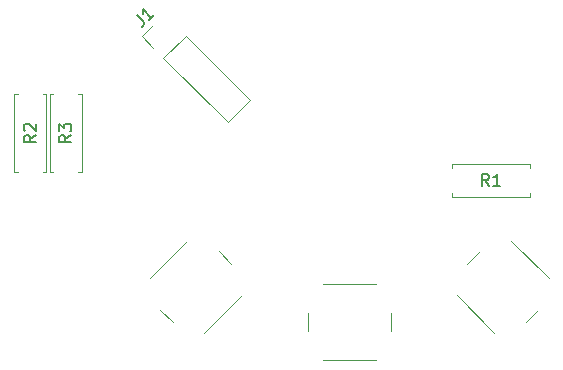
<source format=gbr>
%TF.GenerationSoftware,KiCad,Pcbnew,(6.0.2)*%
%TF.CreationDate,2022-06-07T16:02:25+02:00*%
%TF.ProjectId,RFID_Reader,52464944-5f52-4656-9164-65722e6b6963,rev?*%
%TF.SameCoordinates,Original*%
%TF.FileFunction,Legend,Top*%
%TF.FilePolarity,Positive*%
%FSLAX46Y46*%
G04 Gerber Fmt 4.6, Leading zero omitted, Abs format (unit mm)*
G04 Created by KiCad (PCBNEW (6.0.2)) date 2022-06-07 16:02:25*
%MOMM*%
%LPD*%
G01*
G04 APERTURE LIST*
G04 Aperture macros list*
%AMRoundRect*
0 Rectangle with rounded corners*
0 $1 Rounding radius*
0 $2 $3 $4 $5 $6 $7 $8 $9 X,Y pos of 4 corners*
0 Add a 4 corners polygon primitive as box body*
4,1,4,$2,$3,$4,$5,$6,$7,$8,$9,$2,$3,0*
0 Add four circle primitives for the rounded corners*
1,1,$1+$1,$2,$3*
1,1,$1+$1,$4,$5*
1,1,$1+$1,$6,$7*
1,1,$1+$1,$8,$9*
0 Add four rect primitives between the rounded corners*
20,1,$1+$1,$2,$3,$4,$5,0*
20,1,$1+$1,$4,$5,$6,$7,0*
20,1,$1+$1,$6,$7,$8,$9,0*
20,1,$1+$1,$8,$9,$2,$3,0*%
%AMHorizOval*
0 Thick line with rounded ends*
0 $1 width*
0 $2 $3 position (X,Y) of the first rounded end (center of the circle)*
0 $4 $5 position (X,Y) of the second rounded end (center of the circle)*
0 Add line between two ends*
20,1,$1,$2,$3,$4,$5,0*
0 Add two circle primitives to create the rounded ends*
1,1,$1,$2,$3*
1,1,$1,$4,$5*%
%AMRotRect*
0 Rectangle, with rotation*
0 The origin of the aperture is its center*
0 $1 length*
0 $2 width*
0 $3 Rotation angle, in degrees counterclockwise*
0 Add horizontal line*
21,1,$1,$2,0,0,$3*%
G04 Aperture macros list end*
%ADD10C,0.150000*%
%ADD11C,0.120000*%
%ADD12C,5.600000*%
%ADD13C,2.000000*%
%ADD14RotRect,1.700000X1.700000X45.000000*%
%ADD15HorizOval,1.700000X0.000000X0.000000X0.000000X0.000000X0*%
%ADD16C,1.600000*%
%ADD17O,1.600000X1.600000*%
%ADD18R,1.700000X1.700000*%
%ADD19O,1.700000X1.700000*%
%ADD20R,3.500000X3.500000*%
%ADD21RoundRect,0.750000X-1.000000X0.750000X-1.000000X-0.750000X1.000000X-0.750000X1.000000X0.750000X0*%
%ADD22RoundRect,0.875000X-0.875000X0.875000X-0.875000X-0.875000X0.875000X-0.875000X0.875000X0.875000X0*%
%ADD23R,2.000000X2.000000*%
%ADD24O,1.600000X2.000000*%
G04 APERTURE END LIST*
D10*
%TO.C,J1*%
X182042507Y-84013912D02*
X182547583Y-84518988D01*
X182614927Y-84653675D01*
X182614927Y-84788362D01*
X182547583Y-84923049D01*
X182480240Y-84990392D01*
X183456721Y-84013912D02*
X183052660Y-84417973D01*
X183254690Y-84215942D02*
X182547583Y-83508835D01*
X182581255Y-83677194D01*
X182581255Y-83811881D01*
X182547583Y-83912896D01*
%TO.C,R2*%
X173452380Y-94166666D02*
X172976190Y-94500000D01*
X173452380Y-94738095D02*
X172452380Y-94738095D01*
X172452380Y-94357142D01*
X172500000Y-94261904D01*
X172547619Y-94214285D01*
X172642857Y-94166666D01*
X172785714Y-94166666D01*
X172880952Y-94214285D01*
X172928571Y-94261904D01*
X172976190Y-94357142D01*
X172976190Y-94738095D01*
X172547619Y-93785714D02*
X172500000Y-93738095D01*
X172452380Y-93642857D01*
X172452380Y-93404761D01*
X172500000Y-93309523D01*
X172547619Y-93261904D01*
X172642857Y-93214285D01*
X172738095Y-93214285D01*
X172880952Y-93261904D01*
X173452380Y-93833333D01*
X173452380Y-93214285D01*
%TO.C,R1*%
X211833333Y-98452380D02*
X211500000Y-97976190D01*
X211261904Y-98452380D02*
X211261904Y-97452380D01*
X211642857Y-97452380D01*
X211738095Y-97500000D01*
X211785714Y-97547619D01*
X211833333Y-97642857D01*
X211833333Y-97785714D01*
X211785714Y-97880952D01*
X211738095Y-97928571D01*
X211642857Y-97976190D01*
X211261904Y-97976190D01*
X212785714Y-98452380D02*
X212214285Y-98452380D01*
X212500000Y-98452380D02*
X212500000Y-97452380D01*
X212404761Y-97595238D01*
X212309523Y-97690476D01*
X212214285Y-97738095D01*
%TO.C,R3*%
X176452380Y-94166666D02*
X175976190Y-94500000D01*
X176452380Y-94738095D02*
X175452380Y-94738095D01*
X175452380Y-94357142D01*
X175500000Y-94261904D01*
X175547619Y-94214285D01*
X175642857Y-94166666D01*
X175785714Y-94166666D01*
X175880952Y-94214285D01*
X175928571Y-94261904D01*
X175976190Y-94357142D01*
X175976190Y-94738095D01*
X175452380Y-93833333D02*
X175452380Y-93214285D01*
X175833333Y-93547619D01*
X175833333Y-93404761D01*
X175880952Y-93309523D01*
X175928571Y-93261904D01*
X176023809Y-93214285D01*
X176261904Y-93214285D01*
X176357142Y-93261904D01*
X176404761Y-93309523D01*
X176452380Y-93404761D01*
X176452380Y-93690476D01*
X176404761Y-93785714D01*
X176357142Y-93833333D01*
D11*
%TO.C,SW1*%
X211055457Y-103994796D02*
X209994797Y-105055457D01*
X209110913Y-107707107D02*
X212292894Y-110889088D01*
X214944544Y-110005204D02*
X216005205Y-108944544D01*
X216889088Y-106292894D02*
X213707108Y-103110913D01*
%TO.C,J1*%
X183372542Y-86753446D02*
X182432090Y-85812994D01*
X186151472Y-85770568D02*
X191582052Y-91201148D01*
X189701148Y-93082052D02*
X191582052Y-91201148D01*
X182432090Y-85812994D02*
X183372542Y-84872542D01*
X184270568Y-87651472D02*
X186151472Y-85770568D01*
X184270568Y-87651472D02*
X189701148Y-93082052D01*
%TO.C,SW3*%
X186292894Y-103110913D02*
X183110913Y-106292893D01*
X187707107Y-110889088D02*
X190889088Y-107707107D01*
X183994796Y-108944544D02*
X185055457Y-110005204D01*
X190005204Y-105055457D02*
X188944544Y-103994796D01*
%TO.C,R2*%
X171630000Y-97270000D02*
X171960000Y-97270000D01*
X174370000Y-97270000D02*
X174040000Y-97270000D01*
X174370000Y-90730000D02*
X174370000Y-97270000D01*
X171630000Y-90730000D02*
X171630000Y-97270000D01*
X174040000Y-90730000D02*
X174370000Y-90730000D01*
X171960000Y-90730000D02*
X171630000Y-90730000D01*
%TO.C,R1*%
X208730000Y-96630000D02*
X215270000Y-96630000D01*
X215270000Y-99370000D02*
X215270000Y-99040000D01*
X215270000Y-96630000D02*
X215270000Y-96960000D01*
X208730000Y-96960000D02*
X208730000Y-96630000D01*
X208730000Y-99040000D02*
X208730000Y-99370000D01*
X208730000Y-99370000D02*
X215270000Y-99370000D01*
%TO.C,SW2*%
X196500000Y-109250000D02*
X196500000Y-110750000D01*
X202250000Y-106750000D02*
X197750000Y-106750000D01*
X197750000Y-113250000D02*
X202250000Y-113250000D01*
X203500000Y-110750000D02*
X203500000Y-109250000D01*
%TO.C,R3*%
X177370000Y-90730000D02*
X177370000Y-97270000D01*
X177370000Y-97270000D02*
X177040000Y-97270000D01*
X174630000Y-90730000D02*
X174630000Y-97270000D01*
X177040000Y-90730000D02*
X177370000Y-90730000D01*
X174630000Y-97270000D02*
X174960000Y-97270000D01*
X174960000Y-90730000D02*
X174630000Y-90730000D01*
%TD*%
%LPC*%
D12*
%TO.C,Hole4*%
X220000000Y-63000000D03*
%TD*%
D13*
%TO.C,SW1*%
X216889088Y-107707107D03*
X212292894Y-103110913D03*
X213707108Y-110889088D03*
X209110913Y-106292894D03*
%TD*%
D14*
%TO.C,J1*%
X184312994Y-85812994D03*
D15*
X186109045Y-87609045D03*
X187905096Y-89405096D03*
X189701148Y-91201148D03*
%TD*%
D13*
%TO.C,SW3*%
X183110913Y-107707107D03*
X187707107Y-103110913D03*
X190889088Y-106292893D03*
X186292894Y-110889088D03*
%TD*%
D12*
%TO.C,Hole1*%
X180000000Y-103000000D03*
%TD*%
D16*
%TO.C,R2*%
X173000000Y-90190000D03*
D17*
X173000000Y-97810000D03*
%TD*%
D16*
%TO.C,R1*%
X208190000Y-98000000D03*
D17*
X215810000Y-98000000D03*
%TD*%
D13*
%TO.C,SW2*%
X203250000Y-107750000D03*
X196750000Y-107750000D03*
X196750000Y-112250000D03*
X203250000Y-112250000D03*
%TD*%
D16*
%TO.C,R3*%
X176000000Y-90190000D03*
D17*
X176000000Y-97810000D03*
%TD*%
D12*
%TO.C,Hole2*%
X220000000Y-103000000D03*
%TD*%
%TO.C,Hole3*%
X180000000Y-63000000D03*
%TD*%
D18*
%TO.C,J3*%
X171625000Y-86875000D03*
D19*
X171625000Y-84335000D03*
X171625000Y-81795000D03*
X171625000Y-79255000D03*
X171625000Y-76715000D03*
X171625000Y-74175000D03*
X171625000Y-71635000D03*
X171625000Y-69095000D03*
%TD*%
D18*
%TO.C,JSW3*%
X192500000Y-112500000D03*
D19*
X189960000Y-112500000D03*
%TD*%
D18*
%TO.C,JSW2*%
X201275000Y-114375000D03*
D19*
X198735000Y-114375000D03*
%TD*%
D20*
%TO.C,J2*%
X200000000Y-62000000D03*
D21*
X200000000Y-56000000D03*
D22*
X204700000Y-59000000D03*
%TD*%
D23*
%TO.C,U1*%
X221890000Y-93945000D03*
D24*
X219350000Y-93945000D03*
X216810000Y-93945000D03*
X214270000Y-93945000D03*
X211730000Y-93945000D03*
X209190000Y-93945000D03*
X206650000Y-93945000D03*
X204110000Y-93945000D03*
X204110000Y-71085000D03*
X206650000Y-71085000D03*
X209190000Y-71085000D03*
X211730000Y-71085000D03*
X214270000Y-71085000D03*
X216810000Y-71085000D03*
X219350000Y-71085000D03*
X221890000Y-71085000D03*
%TD*%
D18*
%TO.C,JSW1*%
X210000000Y-112500000D03*
D19*
X207460000Y-112500000D03*
%TD*%
M02*

</source>
